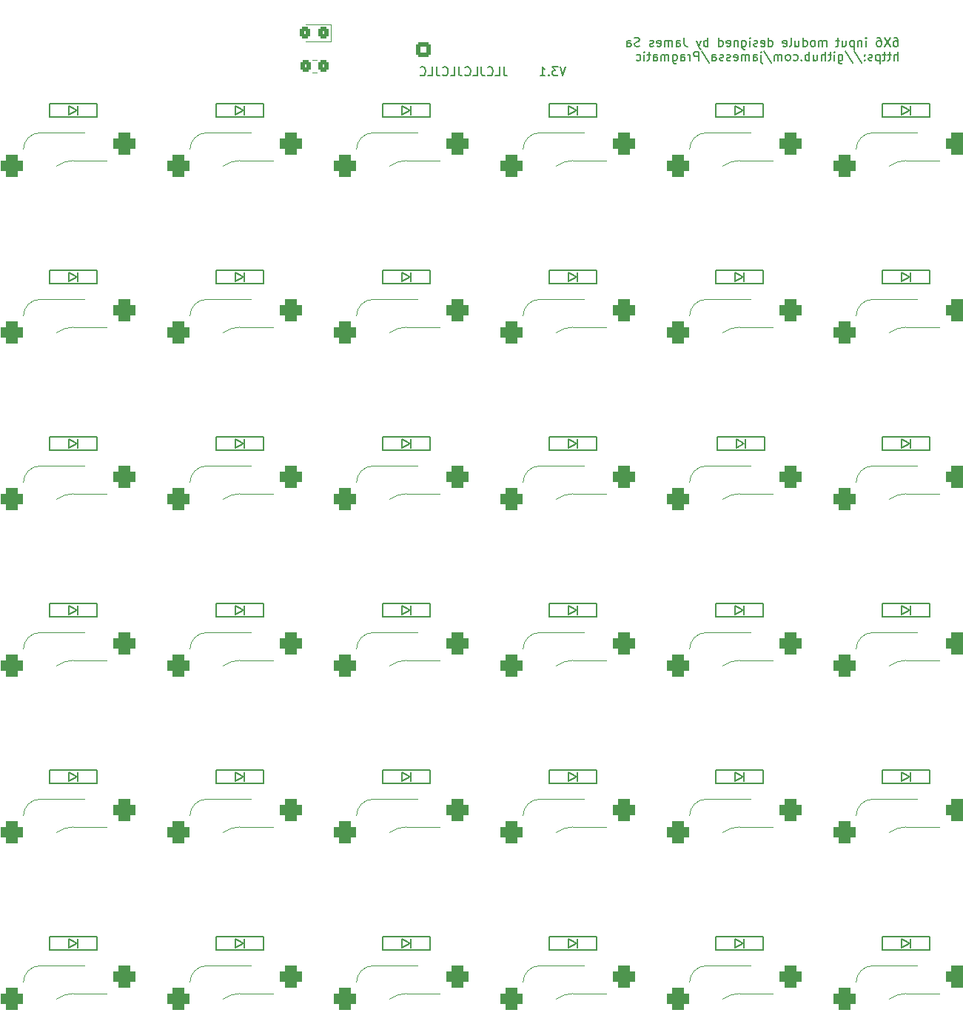
<source format=gbo>
%TF.GenerationSoftware,KiCad,Pcbnew,(6.0.5-0)*%
%TF.CreationDate,2022-06-17T10:00:46+08:00*%
%TF.ProjectId,Pragmatic,50726167-6d61-4746-9963-2e6b69636164,3*%
%TF.SameCoordinates,PX9157080PY3680a30*%
%TF.FileFunction,Legend,Bot*%
%TF.FilePolarity,Positive*%
%FSLAX46Y46*%
G04 Gerber Fmt 4.6, Leading zero omitted, Abs format (unit mm)*
G04 Created by KiCad (PCBNEW (6.0.5-0)) date 2022-06-17 10:00:46*
%MOMM*%
%LPD*%
G01*
G04 APERTURE LIST*
G04 Aperture macros list*
%AMRoundRect*
0 Rectangle with rounded corners*
0 $1 Rounding radius*
0 $2 $3 $4 $5 $6 $7 $8 $9 X,Y pos of 4 corners*
0 Add a 4 corners polygon primitive as box body*
4,1,4,$2,$3,$4,$5,$6,$7,$8,$9,$2,$3,0*
0 Add four circle primitives for the rounded corners*
1,1,$1+$1,$2,$3*
1,1,$1+$1,$4,$5*
1,1,$1+$1,$6,$7*
1,1,$1+$1,$8,$9*
0 Add four rect primitives between the rounded corners*
20,1,$1+$1,$2,$3,$4,$5,0*
20,1,$1+$1,$4,$5,$6,$7,0*
20,1,$1+$1,$6,$7,$8,$9,0*
20,1,$1+$1,$8,$9,$2,$3,0*%
G04 Aperture macros list end*
%ADD10C,0.150000*%
%ADD11C,0.120000*%
%ADD12C,1.900000*%
%ADD13C,3.000000*%
%ADD14C,4.000000*%
%ADD15C,1.600000*%
%ADD16RoundRect,0.625000X0.650000X0.625000X-0.650000X0.625000X-0.650000X-0.625000X0.650000X-0.625000X0*%
%ADD17C,2.500000*%
%ADD18RoundRect,0.250000X0.600000X-0.600000X0.600000X0.600000X-0.600000X0.600000X-0.600000X-0.600000X0*%
%ADD19C,1.700000*%
%ADD20R,1.400000X1.000000*%
%ADD21RoundRect,0.250000X0.325000X0.450000X-0.325000X0.450000X-0.325000X-0.450000X0.325000X-0.450000X0*%
%ADD22RoundRect,0.250000X0.350000X0.450000X-0.350000X0.450000X-0.350000X-0.450000X0.350000X-0.450000X0*%
G04 APERTURE END LIST*
D10*
X-1399167Y17227620D02*
X-1208691Y17227620D01*
X-1113453Y17180000D01*
X-1065834Y17132381D01*
X-970596Y16989524D01*
X-922977Y16799048D01*
X-922977Y16418096D01*
X-970596Y16322858D01*
X-1018215Y16275239D01*
X-1113453Y16227620D01*
X-1303929Y16227620D01*
X-1399167Y16275239D01*
X-1446786Y16322858D01*
X-1494405Y16418096D01*
X-1494405Y16656191D01*
X-1446786Y16751429D01*
X-1399167Y16799048D01*
X-1303929Y16846667D01*
X-1113453Y16846667D01*
X-1018215Y16799048D01*
X-970596Y16751429D01*
X-922977Y16656191D01*
X-1827739Y17227620D02*
X-2494405Y16227620D01*
X-2494405Y17227620D02*
X-1827739Y16227620D01*
X-3303929Y17227620D02*
X-3113453Y17227620D01*
X-3018215Y17180000D01*
X-2970596Y17132381D01*
X-2875358Y16989524D01*
X-2827739Y16799048D01*
X-2827739Y16418096D01*
X-2875358Y16322858D01*
X-2922977Y16275239D01*
X-3018215Y16227620D01*
X-3208691Y16227620D01*
X-3303929Y16275239D01*
X-3351548Y16322858D01*
X-3399167Y16418096D01*
X-3399167Y16656191D01*
X-3351548Y16751429D01*
X-3303929Y16799048D01*
X-3208691Y16846667D01*
X-3018215Y16846667D01*
X-2922977Y16799048D01*
X-2875358Y16751429D01*
X-2827739Y16656191D01*
X-4589643Y16227620D02*
X-4589643Y16894286D01*
X-4589643Y17227620D02*
X-4542024Y17180000D01*
X-4589643Y17132381D01*
X-4637262Y17180000D01*
X-4589643Y17227620D01*
X-4589643Y17132381D01*
X-5065834Y16894286D02*
X-5065834Y16227620D01*
X-5065834Y16799048D02*
X-5113453Y16846667D01*
X-5208691Y16894286D01*
X-5351548Y16894286D01*
X-5446786Y16846667D01*
X-5494405Y16751429D01*
X-5494405Y16227620D01*
X-5970596Y16894286D02*
X-5970596Y15894286D01*
X-5970596Y16846667D02*
X-6065834Y16894286D01*
X-6256310Y16894286D01*
X-6351548Y16846667D01*
X-6399167Y16799048D01*
X-6446786Y16703810D01*
X-6446786Y16418096D01*
X-6399167Y16322858D01*
X-6351548Y16275239D01*
X-6256310Y16227620D01*
X-6065834Y16227620D01*
X-5970596Y16275239D01*
X-7303929Y16894286D02*
X-7303929Y16227620D01*
X-6875358Y16894286D02*
X-6875358Y16370477D01*
X-6922977Y16275239D01*
X-7018215Y16227620D01*
X-7161072Y16227620D01*
X-7256310Y16275239D01*
X-7303929Y16322858D01*
X-7637262Y16894286D02*
X-8018215Y16894286D01*
X-7780120Y17227620D02*
X-7780120Y16370477D01*
X-7827739Y16275239D01*
X-7922977Y16227620D01*
X-8018215Y16227620D01*
X-9113453Y16227620D02*
X-9113453Y16894286D01*
X-9113453Y16799048D02*
X-9161072Y16846667D01*
X-9256310Y16894286D01*
X-9399167Y16894286D01*
X-9494405Y16846667D01*
X-9542024Y16751429D01*
X-9542024Y16227620D01*
X-9542024Y16751429D02*
X-9589643Y16846667D01*
X-9684881Y16894286D01*
X-9827739Y16894286D01*
X-9922977Y16846667D01*
X-9970596Y16751429D01*
X-9970596Y16227620D01*
X-10589643Y16227620D02*
X-10494405Y16275239D01*
X-10446786Y16322858D01*
X-10399167Y16418096D01*
X-10399167Y16703810D01*
X-10446786Y16799048D01*
X-10494405Y16846667D01*
X-10589643Y16894286D01*
X-10732500Y16894286D01*
X-10827739Y16846667D01*
X-10875358Y16799048D01*
X-10922977Y16703810D01*
X-10922977Y16418096D01*
X-10875358Y16322858D01*
X-10827739Y16275239D01*
X-10732500Y16227620D01*
X-10589643Y16227620D01*
X-11780120Y16227620D02*
X-11780120Y17227620D01*
X-11780120Y16275239D02*
X-11684881Y16227620D01*
X-11494405Y16227620D01*
X-11399167Y16275239D01*
X-11351548Y16322858D01*
X-11303929Y16418096D01*
X-11303929Y16703810D01*
X-11351548Y16799048D01*
X-11399167Y16846667D01*
X-11494405Y16894286D01*
X-11684881Y16894286D01*
X-11780120Y16846667D01*
X-12684881Y16894286D02*
X-12684881Y16227620D01*
X-12256310Y16894286D02*
X-12256310Y16370477D01*
X-12303929Y16275239D01*
X-12399167Y16227620D01*
X-12542024Y16227620D01*
X-12637262Y16275239D01*
X-12684881Y16322858D01*
X-13303929Y16227620D02*
X-13208691Y16275239D01*
X-13161072Y16370477D01*
X-13161072Y17227620D01*
X-14065834Y16275239D02*
X-13970596Y16227620D01*
X-13780120Y16227620D01*
X-13684881Y16275239D01*
X-13637262Y16370477D01*
X-13637262Y16751429D01*
X-13684881Y16846667D01*
X-13780120Y16894286D01*
X-13970596Y16894286D01*
X-14065834Y16846667D01*
X-14113453Y16751429D01*
X-14113453Y16656191D01*
X-13637262Y16560953D01*
X-15732500Y16227620D02*
X-15732500Y17227620D01*
X-15732500Y16275239D02*
X-15637262Y16227620D01*
X-15446786Y16227620D01*
X-15351548Y16275239D01*
X-15303929Y16322858D01*
X-15256310Y16418096D01*
X-15256310Y16703810D01*
X-15303929Y16799048D01*
X-15351548Y16846667D01*
X-15446786Y16894286D01*
X-15637262Y16894286D01*
X-15732500Y16846667D01*
X-16589643Y16275239D02*
X-16494405Y16227620D01*
X-16303929Y16227620D01*
X-16208691Y16275239D01*
X-16161072Y16370477D01*
X-16161072Y16751429D01*
X-16208691Y16846667D01*
X-16303929Y16894286D01*
X-16494405Y16894286D01*
X-16589643Y16846667D01*
X-16637262Y16751429D01*
X-16637262Y16656191D01*
X-16161072Y16560953D01*
X-17018215Y16275239D02*
X-17113453Y16227620D01*
X-17303929Y16227620D01*
X-17399167Y16275239D01*
X-17446786Y16370477D01*
X-17446786Y16418096D01*
X-17399167Y16513334D01*
X-17303929Y16560953D01*
X-17161072Y16560953D01*
X-17065834Y16608572D01*
X-17018215Y16703810D01*
X-17018215Y16751429D01*
X-17065834Y16846667D01*
X-17161072Y16894286D01*
X-17303929Y16894286D01*
X-17399167Y16846667D01*
X-17875358Y16227620D02*
X-17875358Y16894286D01*
X-17875358Y17227620D02*
X-17827739Y17180000D01*
X-17875358Y17132381D01*
X-17922977Y17180000D01*
X-17875358Y17227620D01*
X-17875358Y17132381D01*
X-18780120Y16894286D02*
X-18780120Y16084762D01*
X-18732500Y15989524D01*
X-18684881Y15941905D01*
X-18589643Y15894286D01*
X-18446786Y15894286D01*
X-18351548Y15941905D01*
X-18780120Y16275239D02*
X-18684881Y16227620D01*
X-18494405Y16227620D01*
X-18399167Y16275239D01*
X-18351548Y16322858D01*
X-18303929Y16418096D01*
X-18303929Y16703810D01*
X-18351548Y16799048D01*
X-18399167Y16846667D01*
X-18494405Y16894286D01*
X-18684881Y16894286D01*
X-18780120Y16846667D01*
X-19256310Y16894286D02*
X-19256310Y16227620D01*
X-19256310Y16799048D02*
X-19303929Y16846667D01*
X-19399167Y16894286D01*
X-19542024Y16894286D01*
X-19637262Y16846667D01*
X-19684881Y16751429D01*
X-19684881Y16227620D01*
X-20542024Y16275239D02*
X-20446786Y16227620D01*
X-20256310Y16227620D01*
X-20161072Y16275239D01*
X-20113453Y16370477D01*
X-20113453Y16751429D01*
X-20161072Y16846667D01*
X-20256310Y16894286D01*
X-20446786Y16894286D01*
X-20542024Y16846667D01*
X-20589643Y16751429D01*
X-20589643Y16656191D01*
X-20113453Y16560953D01*
X-21446786Y16227620D02*
X-21446786Y17227620D01*
X-21446786Y16275239D02*
X-21351548Y16227620D01*
X-21161072Y16227620D01*
X-21065834Y16275239D01*
X-21018215Y16322858D01*
X-20970596Y16418096D01*
X-20970596Y16703810D01*
X-21018215Y16799048D01*
X-21065834Y16846667D01*
X-21161072Y16894286D01*
X-21351548Y16894286D01*
X-21446786Y16846667D01*
X-22684881Y16227620D02*
X-22684881Y17227620D01*
X-22684881Y16846667D02*
X-22780120Y16894286D01*
X-22970596Y16894286D01*
X-23065834Y16846667D01*
X-23113453Y16799048D01*
X-23161072Y16703810D01*
X-23161072Y16418096D01*
X-23113453Y16322858D01*
X-23065834Y16275239D01*
X-22970596Y16227620D01*
X-22780120Y16227620D01*
X-22684881Y16275239D01*
X-23494405Y16894286D02*
X-23732500Y16227620D01*
X-23970596Y16894286D02*
X-23732500Y16227620D01*
X-23637262Y15989524D01*
X-23589643Y15941905D01*
X-23494405Y15894286D01*
X-25399167Y17227620D02*
X-25399167Y16513334D01*
X-25351548Y16370477D01*
X-25256310Y16275239D01*
X-25113453Y16227620D01*
X-25018215Y16227620D01*
X-26303929Y16227620D02*
X-26303929Y16751429D01*
X-26256310Y16846667D01*
X-26161072Y16894286D01*
X-25970596Y16894286D01*
X-25875358Y16846667D01*
X-26303929Y16275239D02*
X-26208691Y16227620D01*
X-25970596Y16227620D01*
X-25875358Y16275239D01*
X-25827739Y16370477D01*
X-25827739Y16465715D01*
X-25875358Y16560953D01*
X-25970596Y16608572D01*
X-26208691Y16608572D01*
X-26303929Y16656191D01*
X-26780120Y16227620D02*
X-26780120Y16894286D01*
X-26780120Y16799048D02*
X-26827739Y16846667D01*
X-26922977Y16894286D01*
X-27065834Y16894286D01*
X-27161072Y16846667D01*
X-27208691Y16751429D01*
X-27208691Y16227620D01*
X-27208691Y16751429D02*
X-27256310Y16846667D01*
X-27351548Y16894286D01*
X-27494405Y16894286D01*
X-27589643Y16846667D01*
X-27637262Y16751429D01*
X-27637262Y16227620D01*
X-28494405Y16275239D02*
X-28399167Y16227620D01*
X-28208691Y16227620D01*
X-28113453Y16275239D01*
X-28065834Y16370477D01*
X-28065834Y16751429D01*
X-28113453Y16846667D01*
X-28208691Y16894286D01*
X-28399167Y16894286D01*
X-28494405Y16846667D01*
X-28542024Y16751429D01*
X-28542024Y16656191D01*
X-28065834Y16560953D01*
X-28922977Y16275239D02*
X-29018215Y16227620D01*
X-29208691Y16227620D01*
X-29303929Y16275239D01*
X-29351548Y16370477D01*
X-29351548Y16418096D01*
X-29303929Y16513334D01*
X-29208691Y16560953D01*
X-29065834Y16560953D01*
X-28970596Y16608572D01*
X-28922977Y16703810D01*
X-28922977Y16751429D01*
X-28970596Y16846667D01*
X-29065834Y16894286D01*
X-29208691Y16894286D01*
X-29303929Y16846667D01*
X-30494405Y16275239D02*
X-30637262Y16227620D01*
X-30875358Y16227620D01*
X-30970596Y16275239D01*
X-31018215Y16322858D01*
X-31065834Y16418096D01*
X-31065834Y16513334D01*
X-31018215Y16608572D01*
X-30970596Y16656191D01*
X-30875358Y16703810D01*
X-30684881Y16751429D01*
X-30589643Y16799048D01*
X-30542024Y16846667D01*
X-30494405Y16941905D01*
X-30494405Y17037143D01*
X-30542024Y17132381D01*
X-30589643Y17180000D01*
X-30684881Y17227620D01*
X-30922977Y17227620D01*
X-31065834Y17180000D01*
X-31922977Y16227620D02*
X-31922977Y16751429D01*
X-31875358Y16846667D01*
X-31780120Y16894286D01*
X-31589643Y16894286D01*
X-31494405Y16846667D01*
X-31922977Y16275239D02*
X-31827739Y16227620D01*
X-31589643Y16227620D01*
X-31494405Y16275239D01*
X-31446786Y16370477D01*
X-31446786Y16465715D01*
X-31494405Y16560953D01*
X-31589643Y16608572D01*
X-31827739Y16608572D01*
X-31922977Y16656191D01*
X-970596Y14617620D02*
X-970596Y15617620D01*
X-1399167Y14617620D02*
X-1399167Y15141429D01*
X-1351548Y15236667D01*
X-1256310Y15284286D01*
X-1113453Y15284286D01*
X-1018215Y15236667D01*
X-970596Y15189048D01*
X-1732500Y15284286D02*
X-2113453Y15284286D01*
X-1875358Y15617620D02*
X-1875358Y14760477D01*
X-1922977Y14665239D01*
X-2018215Y14617620D01*
X-2113453Y14617620D01*
X-2303929Y15284286D02*
X-2684881Y15284286D01*
X-2446786Y15617620D02*
X-2446786Y14760477D01*
X-2494405Y14665239D01*
X-2589643Y14617620D01*
X-2684881Y14617620D01*
X-3018215Y15284286D02*
X-3018215Y14284286D01*
X-3018215Y15236667D02*
X-3113453Y15284286D01*
X-3303929Y15284286D01*
X-3399167Y15236667D01*
X-3446786Y15189048D01*
X-3494405Y15093810D01*
X-3494405Y14808096D01*
X-3446786Y14712858D01*
X-3399167Y14665239D01*
X-3303929Y14617620D01*
X-3113453Y14617620D01*
X-3018215Y14665239D01*
X-3875358Y14665239D02*
X-3970596Y14617620D01*
X-4161072Y14617620D01*
X-4256310Y14665239D01*
X-4303929Y14760477D01*
X-4303929Y14808096D01*
X-4256310Y14903334D01*
X-4161072Y14950953D01*
X-4018215Y14950953D01*
X-3922977Y14998572D01*
X-3875358Y15093810D01*
X-3875358Y15141429D01*
X-3922977Y15236667D01*
X-4018215Y15284286D01*
X-4161072Y15284286D01*
X-4256310Y15236667D01*
X-4732500Y14712858D02*
X-4780120Y14665239D01*
X-4732500Y14617620D01*
X-4684881Y14665239D01*
X-4732500Y14712858D01*
X-4732500Y14617620D01*
X-4732500Y15236667D02*
X-4780120Y15189048D01*
X-4732500Y15141429D01*
X-4684881Y15189048D01*
X-4732500Y15236667D01*
X-4732500Y15141429D01*
X-5922977Y15665239D02*
X-5065834Y14379524D01*
X-6970596Y15665239D02*
X-6113453Y14379524D01*
X-7732500Y15284286D02*
X-7732500Y14474762D01*
X-7684881Y14379524D01*
X-7637262Y14331905D01*
X-7542024Y14284286D01*
X-7399167Y14284286D01*
X-7303929Y14331905D01*
X-7732500Y14665239D02*
X-7637262Y14617620D01*
X-7446786Y14617620D01*
X-7351548Y14665239D01*
X-7303929Y14712858D01*
X-7256310Y14808096D01*
X-7256310Y15093810D01*
X-7303929Y15189048D01*
X-7351548Y15236667D01*
X-7446786Y15284286D01*
X-7637262Y15284286D01*
X-7732500Y15236667D01*
X-8208691Y14617620D02*
X-8208691Y15284286D01*
X-8208691Y15617620D02*
X-8161072Y15570000D01*
X-8208691Y15522381D01*
X-8256310Y15570000D01*
X-8208691Y15617620D01*
X-8208691Y15522381D01*
X-8542024Y15284286D02*
X-8922977Y15284286D01*
X-8684881Y15617620D02*
X-8684881Y14760477D01*
X-8732500Y14665239D01*
X-8827739Y14617620D01*
X-8922977Y14617620D01*
X-9256310Y14617620D02*
X-9256310Y15617620D01*
X-9684881Y14617620D02*
X-9684881Y15141429D01*
X-9637262Y15236667D01*
X-9542024Y15284286D01*
X-9399167Y15284286D01*
X-9303929Y15236667D01*
X-9256310Y15189048D01*
X-10589643Y15284286D02*
X-10589643Y14617620D01*
X-10161072Y15284286D02*
X-10161072Y14760477D01*
X-10208691Y14665239D01*
X-10303929Y14617620D01*
X-10446786Y14617620D01*
X-10542024Y14665239D01*
X-10589643Y14712858D01*
X-11065834Y14617620D02*
X-11065834Y15617620D01*
X-11065834Y15236667D02*
X-11161072Y15284286D01*
X-11351548Y15284286D01*
X-11446786Y15236667D01*
X-11494405Y15189048D01*
X-11542024Y15093810D01*
X-11542024Y14808096D01*
X-11494405Y14712858D01*
X-11446786Y14665239D01*
X-11351548Y14617620D01*
X-11161072Y14617620D01*
X-11065834Y14665239D01*
X-11970596Y14712858D02*
X-12018215Y14665239D01*
X-11970596Y14617620D01*
X-11922977Y14665239D01*
X-11970596Y14712858D01*
X-11970596Y14617620D01*
X-12875358Y14665239D02*
X-12780120Y14617620D01*
X-12589643Y14617620D01*
X-12494405Y14665239D01*
X-12446786Y14712858D01*
X-12399167Y14808096D01*
X-12399167Y15093810D01*
X-12446786Y15189048D01*
X-12494405Y15236667D01*
X-12589643Y15284286D01*
X-12780120Y15284286D01*
X-12875358Y15236667D01*
X-13446786Y14617620D02*
X-13351548Y14665239D01*
X-13303929Y14712858D01*
X-13256310Y14808096D01*
X-13256310Y15093810D01*
X-13303929Y15189048D01*
X-13351548Y15236667D01*
X-13446786Y15284286D01*
X-13589643Y15284286D01*
X-13684881Y15236667D01*
X-13732500Y15189048D01*
X-13780120Y15093810D01*
X-13780120Y14808096D01*
X-13732500Y14712858D01*
X-13684881Y14665239D01*
X-13589643Y14617620D01*
X-13446786Y14617620D01*
X-14208691Y14617620D02*
X-14208691Y15284286D01*
X-14208691Y15189048D02*
X-14256310Y15236667D01*
X-14351548Y15284286D01*
X-14494405Y15284286D01*
X-14589643Y15236667D01*
X-14637262Y15141429D01*
X-14637262Y14617620D01*
X-14637262Y15141429D02*
X-14684881Y15236667D01*
X-14780120Y15284286D01*
X-14922977Y15284286D01*
X-15018215Y15236667D01*
X-15065834Y15141429D01*
X-15065834Y14617620D01*
X-16256310Y15665239D02*
X-15399167Y14379524D01*
X-16589643Y15284286D02*
X-16589643Y14427143D01*
X-16542024Y14331905D01*
X-16446786Y14284286D01*
X-16399167Y14284286D01*
X-16589643Y15617620D02*
X-16542024Y15570000D01*
X-16589643Y15522381D01*
X-16637262Y15570000D01*
X-16589643Y15617620D01*
X-16589643Y15522381D01*
X-17494405Y14617620D02*
X-17494405Y15141429D01*
X-17446786Y15236667D01*
X-17351548Y15284286D01*
X-17161072Y15284286D01*
X-17065834Y15236667D01*
X-17494405Y14665239D02*
X-17399167Y14617620D01*
X-17161072Y14617620D01*
X-17065834Y14665239D01*
X-17018215Y14760477D01*
X-17018215Y14855715D01*
X-17065834Y14950953D01*
X-17161072Y14998572D01*
X-17399167Y14998572D01*
X-17494405Y15046191D01*
X-17970596Y14617620D02*
X-17970596Y15284286D01*
X-17970596Y15189048D02*
X-18018215Y15236667D01*
X-18113453Y15284286D01*
X-18256310Y15284286D01*
X-18351548Y15236667D01*
X-18399167Y15141429D01*
X-18399167Y14617620D01*
X-18399167Y15141429D02*
X-18446786Y15236667D01*
X-18542024Y15284286D01*
X-18684881Y15284286D01*
X-18780120Y15236667D01*
X-18827739Y15141429D01*
X-18827739Y14617620D01*
X-19684881Y14665239D02*
X-19589643Y14617620D01*
X-19399167Y14617620D01*
X-19303929Y14665239D01*
X-19256310Y14760477D01*
X-19256310Y15141429D01*
X-19303929Y15236667D01*
X-19399167Y15284286D01*
X-19589643Y15284286D01*
X-19684881Y15236667D01*
X-19732500Y15141429D01*
X-19732500Y15046191D01*
X-19256310Y14950953D01*
X-20113453Y14665239D02*
X-20208691Y14617620D01*
X-20399167Y14617620D01*
X-20494405Y14665239D01*
X-20542024Y14760477D01*
X-20542024Y14808096D01*
X-20494405Y14903334D01*
X-20399167Y14950953D01*
X-20256310Y14950953D01*
X-20161072Y14998572D01*
X-20113453Y15093810D01*
X-20113453Y15141429D01*
X-20161072Y15236667D01*
X-20256310Y15284286D01*
X-20399167Y15284286D01*
X-20494405Y15236667D01*
X-20922977Y14665239D02*
X-21018215Y14617620D01*
X-21208691Y14617620D01*
X-21303929Y14665239D01*
X-21351548Y14760477D01*
X-21351548Y14808096D01*
X-21303929Y14903334D01*
X-21208691Y14950953D01*
X-21065834Y14950953D01*
X-20970596Y14998572D01*
X-20922977Y15093810D01*
X-20922977Y15141429D01*
X-20970596Y15236667D01*
X-21065834Y15284286D01*
X-21208691Y15284286D01*
X-21303929Y15236667D01*
X-22208691Y14617620D02*
X-22208691Y15141429D01*
X-22161072Y15236667D01*
X-22065834Y15284286D01*
X-21875358Y15284286D01*
X-21780120Y15236667D01*
X-22208691Y14665239D02*
X-22113453Y14617620D01*
X-21875358Y14617620D01*
X-21780120Y14665239D01*
X-21732500Y14760477D01*
X-21732500Y14855715D01*
X-21780120Y14950953D01*
X-21875358Y14998572D01*
X-22113453Y14998572D01*
X-22208691Y15046191D01*
X-23399167Y15665239D02*
X-22542024Y14379524D01*
X-23732500Y14617620D02*
X-23732500Y15617620D01*
X-24113453Y15617620D01*
X-24208691Y15570000D01*
X-24256310Y15522381D01*
X-24303929Y15427143D01*
X-24303929Y15284286D01*
X-24256310Y15189048D01*
X-24208691Y15141429D01*
X-24113453Y15093810D01*
X-23732500Y15093810D01*
X-24732500Y14617620D02*
X-24732500Y15284286D01*
X-24732500Y15093810D02*
X-24780120Y15189048D01*
X-24827739Y15236667D01*
X-24922977Y15284286D01*
X-25018215Y15284286D01*
X-25780120Y14617620D02*
X-25780120Y15141429D01*
X-25732500Y15236667D01*
X-25637262Y15284286D01*
X-25446786Y15284286D01*
X-25351548Y15236667D01*
X-25780120Y14665239D02*
X-25684881Y14617620D01*
X-25446786Y14617620D01*
X-25351548Y14665239D01*
X-25303929Y14760477D01*
X-25303929Y14855715D01*
X-25351548Y14950953D01*
X-25446786Y14998572D01*
X-25684881Y14998572D01*
X-25780120Y15046191D01*
X-26684881Y15284286D02*
X-26684881Y14474762D01*
X-26637262Y14379524D01*
X-26589643Y14331905D01*
X-26494405Y14284286D01*
X-26351548Y14284286D01*
X-26256310Y14331905D01*
X-26684881Y14665239D02*
X-26589643Y14617620D01*
X-26399167Y14617620D01*
X-26303929Y14665239D01*
X-26256310Y14712858D01*
X-26208691Y14808096D01*
X-26208691Y15093810D01*
X-26256310Y15189048D01*
X-26303929Y15236667D01*
X-26399167Y15284286D01*
X-26589643Y15284286D01*
X-26684881Y15236667D01*
X-27161072Y14617620D02*
X-27161072Y15284286D01*
X-27161072Y15189048D02*
X-27208691Y15236667D01*
X-27303929Y15284286D01*
X-27446786Y15284286D01*
X-27542024Y15236667D01*
X-27589643Y15141429D01*
X-27589643Y14617620D01*
X-27589643Y15141429D02*
X-27637262Y15236667D01*
X-27732500Y15284286D01*
X-27875358Y15284286D01*
X-27970596Y15236667D01*
X-28018215Y15141429D01*
X-28018215Y14617620D01*
X-28922977Y14617620D02*
X-28922977Y15141429D01*
X-28875358Y15236667D01*
X-28780120Y15284286D01*
X-28589643Y15284286D01*
X-28494405Y15236667D01*
X-28922977Y14665239D02*
X-28827739Y14617620D01*
X-28589643Y14617620D01*
X-28494405Y14665239D01*
X-28446786Y14760477D01*
X-28446786Y14855715D01*
X-28494405Y14950953D01*
X-28589643Y14998572D01*
X-28827739Y14998572D01*
X-28922977Y15046191D01*
X-29256310Y15284286D02*
X-29637262Y15284286D01*
X-29399167Y15617620D02*
X-29399167Y14760477D01*
X-29446786Y14665239D01*
X-29542024Y14617620D01*
X-29637262Y14617620D01*
X-29970596Y14617620D02*
X-29970596Y15284286D01*
X-29970596Y15617620D02*
X-29922977Y15570000D01*
X-29970596Y15522381D01*
X-30018215Y15570000D01*
X-29970596Y15617620D01*
X-29970596Y15522381D01*
X-30875358Y14665239D02*
X-30780120Y14617620D01*
X-30589643Y14617620D01*
X-30494405Y14665239D01*
X-30446786Y14712858D01*
X-30399167Y14808096D01*
X-30399167Y15093810D01*
X-30446786Y15189048D01*
X-30494405Y15236667D01*
X-30589643Y15284286D01*
X-30780120Y15284286D01*
X-30875358Y15236667D01*
X-38927739Y13882620D02*
X-39261072Y12882620D01*
X-39594405Y13882620D01*
X-39832500Y13882620D02*
X-40451548Y13882620D01*
X-40118215Y13501667D01*
X-40261072Y13501667D01*
X-40356310Y13454048D01*
X-40403929Y13406429D01*
X-40451548Y13311191D01*
X-40451548Y13073096D01*
X-40403929Y12977858D01*
X-40356310Y12930239D01*
X-40261072Y12882620D01*
X-39975358Y12882620D01*
X-39880120Y12930239D01*
X-39832500Y12977858D01*
X-40880120Y12977858D02*
X-40927739Y12930239D01*
X-40880120Y12882620D01*
X-40832500Y12930239D01*
X-40880120Y12977858D01*
X-40880120Y12882620D01*
X-41880120Y12882620D02*
X-41308691Y12882620D01*
X-41594405Y12882620D02*
X-41594405Y13882620D01*
X-41499167Y13739762D01*
X-41403929Y13644524D01*
X-41308691Y13596905D01*
X-46020596Y13891381D02*
X-46020596Y13165667D01*
X-45972977Y13020524D01*
X-45877739Y12923762D01*
X-45734881Y12875381D01*
X-45639643Y12875381D01*
X-46972977Y12875381D02*
X-46496786Y12875381D01*
X-46496786Y13891381D01*
X-47877739Y12972143D02*
X-47830120Y12923762D01*
X-47687262Y12875381D01*
X-47592024Y12875381D01*
X-47449167Y12923762D01*
X-47353929Y13020524D01*
X-47306310Y13117286D01*
X-47258691Y13310810D01*
X-47258691Y13455953D01*
X-47306310Y13649477D01*
X-47353929Y13746239D01*
X-47449167Y13843000D01*
X-47592024Y13891381D01*
X-47687262Y13891381D01*
X-47830120Y13843000D01*
X-47877739Y13794620D01*
X-48592024Y13891381D02*
X-48592024Y13165667D01*
X-48544405Y13020524D01*
X-48449167Y12923762D01*
X-48306310Y12875381D01*
X-48211072Y12875381D01*
X-49544405Y12875381D02*
X-49068215Y12875381D01*
X-49068215Y13891381D01*
X-50449167Y12972143D02*
X-50401548Y12923762D01*
X-50258691Y12875381D01*
X-50163453Y12875381D01*
X-50020596Y12923762D01*
X-49925358Y13020524D01*
X-49877739Y13117286D01*
X-49830120Y13310810D01*
X-49830120Y13455953D01*
X-49877739Y13649477D01*
X-49925358Y13746239D01*
X-50020596Y13843000D01*
X-50163453Y13891381D01*
X-50258691Y13891381D01*
X-50401548Y13843000D01*
X-50449167Y13794620D01*
X-51163453Y13891381D02*
X-51163453Y13165667D01*
X-51115834Y13020524D01*
X-51020596Y12923762D01*
X-50877739Y12875381D01*
X-50782500Y12875381D01*
X-52115834Y12875381D02*
X-51639643Y12875381D01*
X-51639643Y13891381D01*
X-53020596Y12972143D02*
X-52972977Y12923762D01*
X-52830120Y12875381D01*
X-52734881Y12875381D01*
X-52592024Y12923762D01*
X-52496786Y13020524D01*
X-52449167Y13117286D01*
X-52401548Y13310810D01*
X-52401548Y13455953D01*
X-52449167Y13649477D01*
X-52496786Y13746239D01*
X-52592024Y13843000D01*
X-52734881Y13891381D01*
X-52830120Y13891381D01*
X-52972977Y13843000D01*
X-53020596Y13794620D01*
X-53734881Y13891381D02*
X-53734881Y13165667D01*
X-53687262Y13020524D01*
X-53592024Y12923762D01*
X-53449167Y12875381D01*
X-53353929Y12875381D01*
X-54687262Y12875381D02*
X-54211072Y12875381D01*
X-54211072Y13891381D01*
X-55592024Y12972143D02*
X-55544405Y12923762D01*
X-55401548Y12875381D01*
X-55306310Y12875381D01*
X-55163453Y12923762D01*
X-55068215Y13020524D01*
X-55020596Y13117286D01*
X-54972977Y13310810D01*
X-54972977Y13455953D01*
X-55020596Y13649477D01*
X-55068215Y13746239D01*
X-55163453Y13843000D01*
X-55306310Y13891381D01*
X-55401548Y13891381D01*
X-55544405Y13843000D01*
X-55592024Y13794620D01*
D11*
X-99060000Y6350000D02*
X-93980000Y6350000D01*
X-95250000Y3175000D02*
X-91440000Y3175000D01*
X-99060000Y6350000D02*
G75*
G03*
X-100965000Y4445000I0J-1905000D01*
G01*
X-95250000Y3175000D02*
G75*
G03*
X-97155000Y2540000I3J-3175009D01*
G01*
X-99060000Y-12700000D02*
X-93980000Y-12700000D01*
X-95250000Y-15875000D02*
X-91440000Y-15875000D01*
X-99060000Y-12700000D02*
G75*
G03*
X-100965000Y-14605000I0J-1905000D01*
G01*
X-95250000Y-15875000D02*
G75*
G03*
X-97155000Y-16510000I3J-3175009D01*
G01*
X-80010000Y-12700000D02*
X-74930000Y-12700000D01*
X-76200000Y-15875000D02*
X-72390000Y-15875000D01*
X-80010000Y-12700000D02*
G75*
G03*
X-81915000Y-14605000I0J-1905000D01*
G01*
X-76200000Y-15875000D02*
G75*
G03*
X-78105000Y-16510000I3J-3175009D01*
G01*
X-80010000Y6350000D02*
X-74930000Y6350000D01*
X-76200000Y3175000D02*
X-72390000Y3175000D01*
X-80010000Y6350000D02*
G75*
G03*
X-81915000Y4445000I0J-1905000D01*
G01*
X-76200000Y3175000D02*
G75*
G03*
X-78105000Y2540000I3J-3175009D01*
G01*
X-60960000Y6350000D02*
X-55880000Y6350000D01*
X-57150000Y3175000D02*
X-53340000Y3175000D01*
X-60960000Y6350000D02*
G75*
G03*
X-62865000Y4445000I0J-1905000D01*
G01*
X-57150000Y3175000D02*
G75*
G03*
X-59055000Y2540000I3J-3175009D01*
G01*
X-41910000Y6350000D02*
X-36830000Y6350000D01*
X-38100000Y3175000D02*
X-34290000Y3175000D01*
X-41910000Y6350000D02*
G75*
G03*
X-43815000Y4445000I0J-1905000D01*
G01*
X-38100000Y3175000D02*
G75*
G03*
X-40005000Y2540000I3J-3175009D01*
G01*
X-22860000Y6350000D02*
X-17780000Y6350000D01*
X-19050000Y3175000D02*
X-15240000Y3175000D01*
X-22860000Y6350000D02*
G75*
G03*
X-24765000Y4445000I0J-1905000D01*
G01*
X-19050000Y3175000D02*
G75*
G03*
X-20955000Y2540000I3J-3175009D01*
G01*
X-3810000Y6350000D02*
X1270000Y6350000D01*
X0Y3175000D02*
X3810000Y3175000D01*
X-3810000Y6350000D02*
G75*
G03*
X-5715000Y4445000I0J-1905000D01*
G01*
X0Y3175000D02*
G75*
G03*
X-1905000Y2540000I3J-3175009D01*
G01*
X-60960000Y-12700000D02*
X-55880000Y-12700000D01*
X-57150000Y-15875000D02*
X-53340000Y-15875000D01*
X-60960000Y-12700000D02*
G75*
G03*
X-62865000Y-14605000I0J-1905000D01*
G01*
X-57150000Y-15875000D02*
G75*
G03*
X-59055000Y-16510000I3J-3175009D01*
G01*
X-41910000Y-12700000D02*
X-36830000Y-12700000D01*
X-38100000Y-15875000D02*
X-34290000Y-15875000D01*
X-41910000Y-12700000D02*
G75*
G03*
X-43815000Y-14605000I0J-1905000D01*
G01*
X-38100000Y-15875000D02*
G75*
G03*
X-40005000Y-16510000I3J-3175009D01*
G01*
X-22860000Y-12700000D02*
X-17780000Y-12700000D01*
X-19050000Y-15875000D02*
X-15240000Y-15875000D01*
X-22860000Y-12700000D02*
G75*
G03*
X-24765000Y-14605000I0J-1905000D01*
G01*
X-19050000Y-15875000D02*
G75*
G03*
X-20955000Y-16510000I3J-3175009D01*
G01*
X-3810000Y-12700000D02*
X1270000Y-12700000D01*
X0Y-15875000D02*
X3810000Y-15875000D01*
X-3810000Y-12700000D02*
G75*
G03*
X-5715000Y-14605000I0J-1905000D01*
G01*
X0Y-15875000D02*
G75*
G03*
X-1905000Y-16510000I3J-3175009D01*
G01*
X-99060000Y-31750000D02*
X-93980000Y-31750000D01*
X-95250000Y-34925000D02*
X-91440000Y-34925000D01*
X-99060000Y-31750000D02*
G75*
G03*
X-100965000Y-33655000I0J-1905000D01*
G01*
X-95250000Y-34925000D02*
G75*
G03*
X-97155000Y-35560000I3J-3175009D01*
G01*
X-80010000Y-31750000D02*
X-74930000Y-31750000D01*
X-76200000Y-34925000D02*
X-72390000Y-34925000D01*
X-80010000Y-31750000D02*
G75*
G03*
X-81915000Y-33655000I0J-1905000D01*
G01*
X-76200000Y-34925000D02*
G75*
G03*
X-78105000Y-35560000I3J-3175009D01*
G01*
X-60960000Y-31750000D02*
X-55880000Y-31750000D01*
X-57150000Y-34925000D02*
X-53340000Y-34925000D01*
X-60960000Y-31750000D02*
G75*
G03*
X-62865000Y-33655000I0J-1905000D01*
G01*
X-57150000Y-34925000D02*
G75*
G03*
X-59055000Y-35560000I3J-3175009D01*
G01*
X-41910000Y-31750000D02*
X-36830000Y-31750000D01*
X-38100000Y-34925000D02*
X-34290000Y-34925000D01*
X-41910000Y-31750000D02*
G75*
G03*
X-43815000Y-33655000I0J-1905000D01*
G01*
X-38100000Y-34925000D02*
G75*
G03*
X-40005000Y-35560000I3J-3175009D01*
G01*
X-22860000Y-31750000D02*
X-17780000Y-31750000D01*
X-19050000Y-34925000D02*
X-15240000Y-34925000D01*
X-22860000Y-31750000D02*
G75*
G03*
X-24765000Y-33655000I0J-1905000D01*
G01*
X-19050000Y-34925000D02*
G75*
G03*
X-20955000Y-35560000I3J-3175009D01*
G01*
X-3810000Y-31750000D02*
X1270000Y-31750000D01*
X0Y-34925000D02*
X3810000Y-34925000D01*
X-3810000Y-31750000D02*
G75*
G03*
X-5715000Y-33655000I0J-1905000D01*
G01*
X0Y-34925000D02*
G75*
G03*
X-1905000Y-35560000I3J-3175009D01*
G01*
X-99060000Y-50800000D02*
X-93980000Y-50800000D01*
X-95250000Y-53975000D02*
X-91440000Y-53975000D01*
X-99060000Y-50800000D02*
G75*
G03*
X-100965000Y-52705000I0J-1905000D01*
G01*
X-95250000Y-53975000D02*
G75*
G03*
X-97155000Y-54610000I3J-3175009D01*
G01*
X-80010000Y-50800000D02*
X-74930000Y-50800000D01*
X-76200000Y-53975000D02*
X-72390000Y-53975000D01*
X-80010000Y-50800000D02*
G75*
G03*
X-81915000Y-52705000I0J-1905000D01*
G01*
X-76200000Y-53975000D02*
G75*
G03*
X-78105000Y-54610000I3J-3175009D01*
G01*
X-60960000Y-50800000D02*
X-55880000Y-50800000D01*
X-57150000Y-53975000D02*
X-53340000Y-53975000D01*
X-60960000Y-50800000D02*
G75*
G03*
X-62865000Y-52705000I0J-1905000D01*
G01*
X-57150000Y-53975000D02*
G75*
G03*
X-59055000Y-54610000I3J-3175009D01*
G01*
X-41910000Y-50800000D02*
X-36830000Y-50800000D01*
X-38100000Y-53975000D02*
X-34290000Y-53975000D01*
X-41910000Y-50800000D02*
G75*
G03*
X-43815000Y-52705000I0J-1905000D01*
G01*
X-38100000Y-53975000D02*
G75*
G03*
X-40005000Y-54610000I3J-3175009D01*
G01*
X-22860000Y-50800000D02*
X-17780000Y-50800000D01*
X-19050000Y-53975000D02*
X-15240000Y-53975000D01*
X-22860000Y-50800000D02*
G75*
G03*
X-24765000Y-52705000I0J-1905000D01*
G01*
X-19050000Y-53975000D02*
G75*
G03*
X-20955000Y-54610000I3J-3175009D01*
G01*
X-3810000Y-50800000D02*
X1270000Y-50800000D01*
X0Y-53975000D02*
X3810000Y-53975000D01*
X-3810000Y-50800000D02*
G75*
G03*
X-5715000Y-52705000I0J-1905000D01*
G01*
X0Y-53975000D02*
G75*
G03*
X-1905000Y-54610000I3J-3175009D01*
G01*
X-99060000Y-69850000D02*
X-93980000Y-69850000D01*
X-95250000Y-73025000D02*
X-91440000Y-73025000D01*
X-99060000Y-69850000D02*
G75*
G03*
X-100965000Y-71755000I0J-1905000D01*
G01*
X-95250000Y-73025000D02*
G75*
G03*
X-97155000Y-73660000I3J-3175009D01*
G01*
X-80010000Y-69850000D02*
X-74930000Y-69850000D01*
X-76200000Y-73025000D02*
X-72390000Y-73025000D01*
X-80010000Y-69850000D02*
G75*
G03*
X-81915000Y-71755000I0J-1905000D01*
G01*
X-76200000Y-73025000D02*
G75*
G03*
X-78105000Y-73660000I3J-3175009D01*
G01*
X-60960000Y-69850000D02*
X-55880000Y-69850000D01*
X-57150000Y-73025000D02*
X-53340000Y-73025000D01*
X-60960000Y-69850000D02*
G75*
G03*
X-62865000Y-71755000I0J-1905000D01*
G01*
X-57150000Y-73025000D02*
G75*
G03*
X-59055000Y-73660000I3J-3175009D01*
G01*
X-41910000Y-69850000D02*
X-36830000Y-69850000D01*
X-38100000Y-73025000D02*
X-34290000Y-73025000D01*
X-41910000Y-69850000D02*
G75*
G03*
X-43815000Y-71755000I0J-1905000D01*
G01*
X-38100000Y-73025000D02*
G75*
G03*
X-40005000Y-73660000I3J-3175009D01*
G01*
X-22860000Y-69850000D02*
X-17780000Y-69850000D01*
X-19050000Y-73025000D02*
X-15240000Y-73025000D01*
X-22860000Y-69850000D02*
G75*
G03*
X-24765000Y-71755000I0J-1905000D01*
G01*
X-19050000Y-73025000D02*
G75*
G03*
X-20955000Y-73660000I3J-3175009D01*
G01*
X-3810000Y-69850000D02*
X1270000Y-69850000D01*
X0Y-73025000D02*
X3810000Y-73025000D01*
X-3810000Y-69850000D02*
G75*
G03*
X-5715000Y-71755000I0J-1905000D01*
G01*
X0Y-73025000D02*
G75*
G03*
X-1905000Y-73660000I3J-3175009D01*
G01*
X-99060000Y-88900000D02*
X-93980000Y-88900000D01*
X-95250000Y-92075000D02*
X-91440000Y-92075000D01*
X-99060000Y-88900000D02*
G75*
G03*
X-100965000Y-90805000I0J-1905000D01*
G01*
X-95250000Y-92075000D02*
G75*
G03*
X-97155000Y-92710000I3J-3175009D01*
G01*
X-80010000Y-88900000D02*
X-74930000Y-88900000D01*
X-76200000Y-92075000D02*
X-72390000Y-92075000D01*
X-80010000Y-88900000D02*
G75*
G03*
X-81915000Y-90805000I0J-1905000D01*
G01*
X-76200000Y-92075000D02*
G75*
G03*
X-78105000Y-92710000I3J-3175009D01*
G01*
X-60960000Y-88900000D02*
X-55880000Y-88900000D01*
X-57150000Y-92075000D02*
X-53340000Y-92075000D01*
X-60960000Y-88900000D02*
G75*
G03*
X-62865000Y-90805000I0J-1905000D01*
G01*
X-57150000Y-92075000D02*
G75*
G03*
X-59055000Y-92710000I3J-3175009D01*
G01*
X-41910000Y-88900000D02*
X-36830000Y-88900000D01*
X-38100000Y-92075000D02*
X-34290000Y-92075000D01*
X-41910000Y-88900000D02*
G75*
G03*
X-43815000Y-90805000I0J-1905000D01*
G01*
X-38100000Y-92075000D02*
G75*
G03*
X-40005000Y-92710000I3J-3175009D01*
G01*
X-22860000Y-88900000D02*
X-17780000Y-88900000D01*
X-19050000Y-92075000D02*
X-15240000Y-92075000D01*
X-22860000Y-88900000D02*
G75*
G03*
X-24765000Y-90805000I0J-1905000D01*
G01*
X-19050000Y-92075000D02*
G75*
G03*
X-20955000Y-92710000I3J-3175009D01*
G01*
X-3810000Y-88900000D02*
X1270000Y-88900000D01*
X0Y-92075000D02*
X3810000Y-92075000D01*
X-3810000Y-88900000D02*
G75*
G03*
X-5715000Y-90805000I0J-1905000D01*
G01*
X0Y-92075000D02*
G75*
G03*
X-1905000Y-92710000I3J-3175009D01*
G01*
D10*
X-95750000Y9390000D02*
X-95750000Y8390000D01*
X-97950000Y9640000D02*
X-97950000Y8140000D01*
X-94750000Y9390000D02*
X-94750000Y8390000D01*
X-95750000Y8390000D02*
X-94850000Y8890000D01*
X-92550000Y9640000D02*
X-92550000Y8140000D01*
X-94850000Y8890000D02*
X-95750000Y9390000D01*
X-92550000Y8140000D02*
X-97950000Y8140000D01*
X-97950000Y9640000D02*
X-92550000Y9640000D01*
X-92550000Y-10910000D02*
X-97950000Y-10910000D01*
X-95750000Y-9660000D02*
X-95750000Y-10660000D01*
X-94750000Y-9660000D02*
X-94750000Y-10660000D01*
X-95750000Y-10660000D02*
X-94850000Y-10160000D01*
X-97950000Y-9410000D02*
X-97950000Y-10910000D01*
X-97950000Y-9410000D02*
X-92550000Y-9410000D01*
X-92550000Y-9410000D02*
X-92550000Y-10910000D01*
X-94850000Y-10160000D02*
X-95750000Y-9660000D01*
X-78900000Y-9410000D02*
X-78900000Y-10910000D01*
X-76700000Y-10660000D02*
X-75800000Y-10160000D01*
X-76700000Y-9660000D02*
X-76700000Y-10660000D01*
X-73500000Y-9410000D02*
X-73500000Y-10910000D01*
X-75700000Y-9660000D02*
X-75700000Y-10660000D01*
X-75800000Y-10160000D02*
X-76700000Y-9660000D01*
X-78900000Y-9410000D02*
X-73500000Y-9410000D01*
X-73500000Y-10910000D02*
X-78900000Y-10910000D01*
X-78900000Y9640000D02*
X-73500000Y9640000D01*
X-76700000Y8390000D02*
X-75800000Y8890000D01*
X-75700000Y9390000D02*
X-75700000Y8390000D01*
X-78900000Y9640000D02*
X-78900000Y8140000D01*
X-75800000Y8890000D02*
X-76700000Y9390000D01*
X-76700000Y9390000D02*
X-76700000Y8390000D01*
X-73500000Y8140000D02*
X-78900000Y8140000D01*
X-73500000Y9640000D02*
X-73500000Y8140000D01*
X-59850000Y9640000D02*
X-54450000Y9640000D01*
X-54450000Y9640000D02*
X-54450000Y8140000D01*
X-57650000Y9390000D02*
X-57650000Y8390000D01*
X-59850000Y9640000D02*
X-59850000Y8140000D01*
X-54450000Y8140000D02*
X-59850000Y8140000D01*
X-56750000Y8890000D02*
X-57650000Y9390000D01*
X-56650000Y9390000D02*
X-56650000Y8390000D01*
X-57650000Y8390000D02*
X-56750000Y8890000D01*
X-35400000Y8140000D02*
X-40800000Y8140000D01*
X-37700000Y8890000D02*
X-38600000Y9390000D01*
X-35400000Y9640000D02*
X-35400000Y8140000D01*
X-40800000Y9640000D02*
X-40800000Y8140000D01*
X-37600000Y9390000D02*
X-37600000Y8390000D01*
X-38600000Y8390000D02*
X-37700000Y8890000D01*
X-38600000Y9390000D02*
X-38600000Y8390000D01*
X-40800000Y9640000D02*
X-35400000Y9640000D01*
X-21750000Y9640000D02*
X-16350000Y9640000D01*
X-19550000Y8390000D02*
X-18650000Y8890000D01*
X-16350000Y8140000D02*
X-21750000Y8140000D01*
X-18550000Y9390000D02*
X-18550000Y8390000D01*
X-21750000Y9640000D02*
X-21750000Y8140000D01*
X-16350000Y9640000D02*
X-16350000Y8140000D01*
X-18650000Y8890000D02*
X-19550000Y9390000D01*
X-19550000Y9390000D02*
X-19550000Y8390000D01*
X-2700000Y9640000D02*
X2700000Y9640000D01*
X400000Y8890000D02*
X-500000Y9390000D01*
X-500000Y8390000D02*
X400000Y8890000D01*
X2700000Y9640000D02*
X2700000Y8140000D01*
X500000Y9390000D02*
X500000Y8390000D01*
X2700000Y8140000D02*
X-2700000Y8140000D01*
X-2700000Y9640000D02*
X-2700000Y8140000D01*
X-500000Y9390000D02*
X-500000Y8390000D01*
X-54450000Y-9410000D02*
X-54450000Y-10910000D01*
X-56750000Y-10160000D02*
X-57650000Y-9660000D01*
X-54450000Y-10910000D02*
X-59850000Y-10910000D01*
X-59850000Y-9410000D02*
X-54450000Y-9410000D01*
X-56650000Y-9660000D02*
X-56650000Y-10660000D01*
X-57650000Y-9660000D02*
X-57650000Y-10660000D01*
X-59850000Y-9410000D02*
X-59850000Y-10910000D01*
X-57650000Y-10660000D02*
X-56750000Y-10160000D01*
X-35400000Y-10910000D02*
X-40800000Y-10910000D01*
X-35400000Y-9410000D02*
X-35400000Y-10910000D01*
X-37600000Y-9660000D02*
X-37600000Y-10660000D01*
X-40800000Y-9410000D02*
X-40800000Y-10910000D01*
X-38600000Y-9660000D02*
X-38600000Y-10660000D01*
X-40800000Y-9410000D02*
X-35400000Y-9410000D01*
X-38600000Y-10660000D02*
X-37700000Y-10160000D01*
X-37700000Y-10160000D02*
X-38600000Y-9660000D01*
X-19550000Y-10660000D02*
X-18650000Y-10160000D01*
X-21750000Y-9410000D02*
X-21750000Y-10910000D01*
X-19550000Y-9660000D02*
X-19550000Y-10660000D01*
X-16350000Y-9410000D02*
X-16350000Y-10910000D01*
X-16350000Y-10910000D02*
X-21750000Y-10910000D01*
X-18650000Y-10160000D02*
X-19550000Y-9660000D01*
X-18550000Y-9660000D02*
X-18550000Y-10660000D01*
X-21750000Y-9410000D02*
X-16350000Y-9410000D01*
X-2700000Y-9410000D02*
X2700000Y-9410000D01*
X2700000Y-10910000D02*
X-2700000Y-10910000D01*
X500000Y-9660000D02*
X500000Y-10660000D01*
X-500000Y-10660000D02*
X400000Y-10160000D01*
X400000Y-10160000D02*
X-500000Y-9660000D01*
X-500000Y-9660000D02*
X-500000Y-10660000D01*
X-2700000Y-9410000D02*
X-2700000Y-10910000D01*
X2700000Y-9410000D02*
X2700000Y-10910000D01*
X-92550000Y-29960000D02*
X-97950000Y-29960000D01*
X-95750000Y-28710000D02*
X-95750000Y-29710000D01*
X-94750000Y-28710000D02*
X-94750000Y-29710000D01*
X-97950000Y-28460000D02*
X-92550000Y-28460000D01*
X-95750000Y-29710000D02*
X-94850000Y-29210000D01*
X-94850000Y-29210000D02*
X-95750000Y-28710000D01*
X-97950000Y-28460000D02*
X-97950000Y-29960000D01*
X-92550000Y-28460000D02*
X-92550000Y-29960000D01*
X-76700000Y-29710000D02*
X-75800000Y-29210000D01*
X-75800000Y-29210000D02*
X-76700000Y-28710000D01*
X-76700000Y-28710000D02*
X-76700000Y-29710000D01*
X-73500000Y-29960000D02*
X-78900000Y-29960000D01*
X-78900000Y-28460000D02*
X-73500000Y-28460000D01*
X-75700000Y-28710000D02*
X-75700000Y-29710000D01*
X-73500000Y-28460000D02*
X-73500000Y-29960000D01*
X-78900000Y-28460000D02*
X-78900000Y-29960000D01*
X-56750000Y-29210000D02*
X-57650000Y-28710000D01*
X-57650000Y-29710000D02*
X-56750000Y-29210000D01*
X-57650000Y-28710000D02*
X-57650000Y-29710000D01*
X-54450000Y-28460000D02*
X-54450000Y-29960000D01*
X-59850000Y-28460000D02*
X-59850000Y-29960000D01*
X-54450000Y-29960000D02*
X-59850000Y-29960000D01*
X-59850000Y-28460000D02*
X-54450000Y-28460000D01*
X-56650000Y-28710000D02*
X-56650000Y-29710000D01*
X-35400000Y-28460000D02*
X-35400000Y-29960000D01*
X-40800000Y-28460000D02*
X-35400000Y-28460000D01*
X-38600000Y-28710000D02*
X-38600000Y-29710000D01*
X-35400000Y-29960000D02*
X-40800000Y-29960000D01*
X-40800000Y-28460000D02*
X-40800000Y-29960000D01*
X-37600000Y-28710000D02*
X-37600000Y-29710000D01*
X-37700000Y-29210000D02*
X-38600000Y-28710000D01*
X-38600000Y-29710000D02*
X-37700000Y-29210000D01*
X-19420000Y-29710000D02*
X-18520000Y-29210000D01*
X-16220000Y-28460000D02*
X-16220000Y-29960000D01*
X-18420000Y-28710000D02*
X-18420000Y-29710000D01*
X-21620000Y-28460000D02*
X-16220000Y-28460000D01*
X-16220000Y-29960000D02*
X-21620000Y-29960000D01*
X-21620000Y-28460000D02*
X-21620000Y-29960000D01*
X-19420000Y-28710000D02*
X-19420000Y-29710000D01*
X-18520000Y-29210000D02*
X-19420000Y-28710000D01*
X-2700000Y-28460000D02*
X-2700000Y-29960000D01*
X2700000Y-29960000D02*
X-2700000Y-29960000D01*
X-2700000Y-28460000D02*
X2700000Y-28460000D01*
X500000Y-28710000D02*
X500000Y-29710000D01*
X2700000Y-28460000D02*
X2700000Y-29960000D01*
X-500000Y-28710000D02*
X-500000Y-29710000D01*
X-500000Y-29710000D02*
X400000Y-29210000D01*
X400000Y-29210000D02*
X-500000Y-28710000D01*
X-94750000Y-47760000D02*
X-94750000Y-48760000D01*
X-95750000Y-48760000D02*
X-94850000Y-48260000D01*
X-97950000Y-47510000D02*
X-97950000Y-49010000D01*
X-92550000Y-49010000D02*
X-97950000Y-49010000D01*
X-94850000Y-48260000D02*
X-95750000Y-47760000D01*
X-95750000Y-47760000D02*
X-95750000Y-48760000D01*
X-92550000Y-47510000D02*
X-92550000Y-49010000D01*
X-97950000Y-47510000D02*
X-92550000Y-47510000D01*
X-78900000Y-47510000D02*
X-73500000Y-47510000D01*
X-75800000Y-48260000D02*
X-76700000Y-47760000D01*
X-73500000Y-49010000D02*
X-78900000Y-49010000D01*
X-75700000Y-47760000D02*
X-75700000Y-48760000D01*
X-73500000Y-47510000D02*
X-73500000Y-49010000D01*
X-76700000Y-47760000D02*
X-76700000Y-48760000D01*
X-78900000Y-47510000D02*
X-78900000Y-49010000D01*
X-76700000Y-48760000D02*
X-75800000Y-48260000D01*
X-54450000Y-47510000D02*
X-54450000Y-49010000D01*
X-56750000Y-48260000D02*
X-57650000Y-47760000D01*
X-57650000Y-48760000D02*
X-56750000Y-48260000D01*
X-56650000Y-47760000D02*
X-56650000Y-48760000D01*
X-57650000Y-47760000D02*
X-57650000Y-48760000D01*
X-54450000Y-49010000D02*
X-59850000Y-49010000D01*
X-59850000Y-47510000D02*
X-54450000Y-47510000D01*
X-59850000Y-47510000D02*
X-59850000Y-49010000D01*
X-37700000Y-48260000D02*
X-38600000Y-47760000D01*
X-40800000Y-47510000D02*
X-35400000Y-47510000D01*
X-35400000Y-47510000D02*
X-35400000Y-49010000D01*
X-38600000Y-48760000D02*
X-37700000Y-48260000D01*
X-40800000Y-47510000D02*
X-40800000Y-49010000D01*
X-38600000Y-47760000D02*
X-38600000Y-48760000D01*
X-37600000Y-47760000D02*
X-37600000Y-48760000D01*
X-35400000Y-49010000D02*
X-40800000Y-49010000D01*
X-18550000Y-47760000D02*
X-18550000Y-48760000D01*
X-19550000Y-48760000D02*
X-18650000Y-48260000D01*
X-16350000Y-47510000D02*
X-16350000Y-49010000D01*
X-21750000Y-47510000D02*
X-16350000Y-47510000D01*
X-16350000Y-49010000D02*
X-21750000Y-49010000D01*
X-19550000Y-47760000D02*
X-19550000Y-48760000D01*
X-21750000Y-47510000D02*
X-21750000Y-49010000D01*
X-18650000Y-48260000D02*
X-19550000Y-47760000D01*
X2700000Y-47510000D02*
X2700000Y-49010000D01*
X2700000Y-49010000D02*
X-2700000Y-49010000D01*
X400000Y-48260000D02*
X-500000Y-47760000D01*
X-500000Y-48760000D02*
X400000Y-48260000D01*
X-2700000Y-47510000D02*
X-2700000Y-49010000D01*
X-2700000Y-47510000D02*
X2700000Y-47510000D01*
X-500000Y-47760000D02*
X-500000Y-48760000D01*
X500000Y-47760000D02*
X500000Y-48760000D01*
X-94750000Y-66810000D02*
X-94750000Y-67810000D01*
X-97950000Y-66560000D02*
X-97950000Y-68060000D01*
X-95750000Y-67810000D02*
X-94850000Y-67310000D01*
X-92550000Y-66560000D02*
X-92550000Y-68060000D01*
X-92550000Y-68060000D02*
X-97950000Y-68060000D01*
X-95750000Y-66810000D02*
X-95750000Y-67810000D01*
X-97950000Y-66560000D02*
X-92550000Y-66560000D01*
X-94850000Y-67310000D02*
X-95750000Y-66810000D01*
X-76700000Y-66810000D02*
X-76700000Y-67810000D01*
X-75700000Y-66810000D02*
X-75700000Y-67810000D01*
X-73500000Y-66560000D02*
X-73500000Y-68060000D01*
X-78900000Y-66560000D02*
X-73500000Y-66560000D01*
X-78900000Y-66560000D02*
X-78900000Y-68060000D01*
X-76700000Y-67810000D02*
X-75800000Y-67310000D01*
X-73500000Y-68060000D02*
X-78900000Y-68060000D01*
X-75800000Y-67310000D02*
X-76700000Y-66810000D01*
X-54450000Y-68060000D02*
X-59850000Y-68060000D01*
X-59850000Y-66560000D02*
X-59850000Y-68060000D01*
X-56650000Y-66810000D02*
X-56650000Y-67810000D01*
X-56750000Y-67310000D02*
X-57650000Y-66810000D01*
X-54450000Y-66560000D02*
X-54450000Y-68060000D01*
X-59850000Y-66560000D02*
X-54450000Y-66560000D01*
X-57650000Y-66810000D02*
X-57650000Y-67810000D01*
X-57650000Y-67810000D02*
X-56750000Y-67310000D01*
X-38600000Y-67810000D02*
X-37700000Y-67310000D01*
X-40800000Y-66560000D02*
X-40800000Y-68060000D01*
X-38600000Y-66810000D02*
X-38600000Y-67810000D01*
X-37600000Y-66810000D02*
X-37600000Y-67810000D01*
X-40800000Y-66560000D02*
X-35400000Y-66560000D01*
X-35400000Y-68060000D02*
X-40800000Y-68060000D01*
X-35400000Y-66560000D02*
X-35400000Y-68060000D01*
X-37700000Y-67310000D02*
X-38600000Y-66810000D01*
X-21750000Y-66560000D02*
X-16350000Y-66560000D01*
X-19550000Y-66810000D02*
X-19550000Y-67810000D01*
X-16350000Y-66560000D02*
X-16350000Y-68060000D01*
X-18550000Y-66810000D02*
X-18550000Y-67810000D01*
X-16350000Y-68060000D02*
X-21750000Y-68060000D01*
X-19550000Y-67810000D02*
X-18650000Y-67310000D01*
X-21750000Y-66560000D02*
X-21750000Y-68060000D01*
X-18650000Y-67310000D02*
X-19550000Y-66810000D01*
X2700000Y-66560000D02*
X2700000Y-68060000D01*
X-500000Y-66810000D02*
X-500000Y-67810000D01*
X2700000Y-68060000D02*
X-2700000Y-68060000D01*
X-2700000Y-66560000D02*
X2700000Y-66560000D01*
X400000Y-67310000D02*
X-500000Y-66810000D01*
X-2700000Y-66560000D02*
X-2700000Y-68060000D01*
X500000Y-66810000D02*
X500000Y-67810000D01*
X-500000Y-67810000D02*
X400000Y-67310000D01*
X-95750000Y-86860000D02*
X-94850000Y-86360000D01*
X-92550000Y-87110000D02*
X-97950000Y-87110000D01*
X-92550000Y-85610000D02*
X-92550000Y-87110000D01*
X-95750000Y-85860000D02*
X-95750000Y-86860000D01*
X-97950000Y-85610000D02*
X-97950000Y-87110000D01*
X-94850000Y-86360000D02*
X-95750000Y-85860000D01*
X-97950000Y-85610000D02*
X-92550000Y-85610000D01*
X-94750000Y-85860000D02*
X-94750000Y-86860000D01*
X-78900000Y-85610000D02*
X-73500000Y-85610000D01*
X-75800000Y-86360000D02*
X-76700000Y-85860000D01*
X-76700000Y-85860000D02*
X-76700000Y-86860000D01*
X-76700000Y-86860000D02*
X-75800000Y-86360000D01*
X-75700000Y-85860000D02*
X-75700000Y-86860000D01*
X-73500000Y-85610000D02*
X-73500000Y-87110000D01*
X-73500000Y-87110000D02*
X-78900000Y-87110000D01*
X-78900000Y-85610000D02*
X-78900000Y-87110000D01*
X-57650000Y-86860000D02*
X-56750000Y-86360000D01*
X-56750000Y-86360000D02*
X-57650000Y-85860000D01*
X-54450000Y-87110000D02*
X-59850000Y-87110000D01*
X-59850000Y-85610000D02*
X-54450000Y-85610000D01*
X-56650000Y-85860000D02*
X-56650000Y-86860000D01*
X-59850000Y-85610000D02*
X-59850000Y-87110000D01*
X-54450000Y-85610000D02*
X-54450000Y-87110000D01*
X-57650000Y-85860000D02*
X-57650000Y-86860000D01*
X-35400000Y-85610000D02*
X-35400000Y-87110000D01*
X-38600000Y-85860000D02*
X-38600000Y-86860000D01*
X-40800000Y-85610000D02*
X-40800000Y-87110000D01*
X-37700000Y-86360000D02*
X-38600000Y-85860000D01*
X-38600000Y-86860000D02*
X-37700000Y-86360000D01*
X-35400000Y-87110000D02*
X-40800000Y-87110000D01*
X-37600000Y-85860000D02*
X-37600000Y-86860000D01*
X-40800000Y-85610000D02*
X-35400000Y-85610000D01*
X-16350000Y-85610000D02*
X-16350000Y-87110000D01*
X-21750000Y-85610000D02*
X-21750000Y-87110000D01*
X-18550000Y-85860000D02*
X-18550000Y-86860000D01*
X-16350000Y-87110000D02*
X-21750000Y-87110000D01*
X-21750000Y-85610000D02*
X-16350000Y-85610000D01*
X-19550000Y-86860000D02*
X-18650000Y-86360000D01*
X-19550000Y-85860000D02*
X-19550000Y-86860000D01*
X-18650000Y-86360000D02*
X-19550000Y-85860000D01*
X-2700000Y-85610000D02*
X2700000Y-85610000D01*
X2700000Y-85610000D02*
X2700000Y-87110000D01*
X500000Y-85860000D02*
X500000Y-86860000D01*
X400000Y-86360000D02*
X-500000Y-85860000D01*
X2700000Y-87110000D02*
X-2700000Y-87110000D01*
X-500000Y-86860000D02*
X400000Y-86360000D01*
X-500000Y-85860000D02*
X-500000Y-86860000D01*
X-2700000Y-85610000D02*
X-2700000Y-87110000D01*
D11*
X-65840000Y16820000D02*
X-68700000Y16820000D01*
X-68700000Y18740000D02*
X-65840000Y18740000D01*
X-65840000Y18740000D02*
X-65840000Y16820000D01*
X-67447936Y14705000D02*
X-67902064Y14705000D01*
X-67447936Y13235000D02*
X-67902064Y13235000D01*
%LPC*%
D12*
X-89750000Y0D03*
D13*
X-92710000Y5080000D03*
D12*
X-100750000Y0D03*
X-100330000Y0D03*
D14*
X-95250000Y0D03*
D13*
X-99060000Y2540000D03*
D12*
X-90170000Y0D03*
D15*
X-100250000Y-3800000D03*
D16*
X-102335000Y2540000D03*
D15*
X-97790000Y-5080000D03*
X-91440000Y-2540000D03*
D16*
X-89408000Y5080000D03*
D15*
X-95250000Y-5900000D03*
D12*
X-89750000Y-19050000D03*
D13*
X-92710000Y-13970000D03*
D12*
X-100750000Y-19050000D03*
X-100330000Y-19050000D03*
D14*
X-95250000Y-19050000D03*
D13*
X-99060000Y-16510000D03*
D12*
X-90170000Y-19050000D03*
D15*
X-100250000Y-22850000D03*
D16*
X-102335000Y-16510000D03*
D15*
X-97790000Y-24130000D03*
X-91440000Y-21590000D03*
D16*
X-89408000Y-13970000D03*
D15*
X-95250000Y-24950000D03*
D12*
X-70700000Y-19050000D03*
D13*
X-73660000Y-13970000D03*
D12*
X-81700000Y-19050000D03*
X-81280000Y-19050000D03*
D14*
X-76200000Y-19050000D03*
D13*
X-80010000Y-16510000D03*
D12*
X-71120000Y-19050000D03*
D15*
X-81200000Y-22850000D03*
D16*
X-83285000Y-16510000D03*
D15*
X-78740000Y-24130000D03*
X-72390000Y-21590000D03*
D16*
X-70358000Y-13970000D03*
D15*
X-76200000Y-24950000D03*
D12*
X-70700000Y0D03*
D13*
X-73660000Y5080000D03*
D12*
X-81700000Y0D03*
X-81280000Y0D03*
D14*
X-76200000Y0D03*
D13*
X-80010000Y2540000D03*
D12*
X-71120000Y0D03*
D15*
X-81200000Y-3800000D03*
D16*
X-83285000Y2540000D03*
D15*
X-78740000Y-5080000D03*
X-72390000Y-2540000D03*
D16*
X-70358000Y5080000D03*
D15*
X-76200000Y-5900000D03*
D12*
X-51650000Y0D03*
D13*
X-54610000Y5080000D03*
D12*
X-62650000Y0D03*
X-62230000Y0D03*
D14*
X-57150000Y0D03*
D13*
X-60960000Y2540000D03*
D12*
X-52070000Y0D03*
D15*
X-62150000Y-3800000D03*
D16*
X-64235000Y2540000D03*
D15*
X-59690000Y-5080000D03*
X-53340000Y-2540000D03*
D16*
X-51308000Y5080000D03*
D15*
X-57150000Y-5900000D03*
D12*
X-32600000Y0D03*
D13*
X-35560000Y5080000D03*
D12*
X-43600000Y0D03*
X-43180000Y0D03*
D14*
X-38100000Y0D03*
D13*
X-41910000Y2540000D03*
D12*
X-33020000Y0D03*
D15*
X-43100000Y-3800000D03*
D16*
X-45185000Y2540000D03*
D15*
X-40640000Y-5080000D03*
X-34290000Y-2540000D03*
D16*
X-32258000Y5080000D03*
D15*
X-38100000Y-5900000D03*
D12*
X-13550000Y0D03*
D13*
X-16510000Y5080000D03*
D12*
X-24550000Y0D03*
X-24130000Y0D03*
D14*
X-19050000Y0D03*
D13*
X-22860000Y2540000D03*
D12*
X-13970000Y0D03*
D15*
X-24050000Y-3800000D03*
D16*
X-26135000Y2540000D03*
D15*
X-21590000Y-5080000D03*
X-15240000Y-2540000D03*
D16*
X-13208000Y5080000D03*
D15*
X-19050000Y-5900000D03*
D12*
X5500000Y0D03*
D13*
X2540000Y5080000D03*
D12*
X-5500000Y0D03*
X-5080000Y0D03*
D14*
X0Y0D03*
D13*
X-3810000Y2540000D03*
D12*
X5080000Y0D03*
D15*
X-5000000Y-3800000D03*
D16*
X-7085000Y2540000D03*
D15*
X-2540000Y-5080000D03*
X3810000Y-2540000D03*
D16*
X5842000Y5080000D03*
D15*
X0Y-5900000D03*
D12*
X-51650000Y-19050000D03*
D13*
X-54610000Y-13970000D03*
D12*
X-62650000Y-19050000D03*
X-62230000Y-19050000D03*
D14*
X-57150000Y-19050000D03*
D13*
X-60960000Y-16510000D03*
D12*
X-52070000Y-19050000D03*
D15*
X-62150000Y-22850000D03*
D16*
X-64235000Y-16510000D03*
D15*
X-59690000Y-24130000D03*
X-53340000Y-21590000D03*
D16*
X-51308000Y-13970000D03*
D15*
X-57150000Y-24950000D03*
D12*
X-32600000Y-19050000D03*
D13*
X-35560000Y-13970000D03*
D12*
X-43600000Y-19050000D03*
X-43180000Y-19050000D03*
D14*
X-38100000Y-19050000D03*
D13*
X-41910000Y-16510000D03*
D12*
X-33020000Y-19050000D03*
D15*
X-43100000Y-22850000D03*
D16*
X-45185000Y-16510000D03*
D15*
X-40640000Y-24130000D03*
X-34290000Y-21590000D03*
D16*
X-32258000Y-13970000D03*
D15*
X-38100000Y-24950000D03*
D12*
X-13550000Y-19050000D03*
D13*
X-16510000Y-13970000D03*
D12*
X-24550000Y-19050000D03*
X-24130000Y-19050000D03*
D14*
X-19050000Y-19050000D03*
D13*
X-22860000Y-16510000D03*
D12*
X-13970000Y-19050000D03*
D15*
X-24050000Y-22850000D03*
D16*
X-26135000Y-16510000D03*
D15*
X-21590000Y-24130000D03*
X-15240000Y-21590000D03*
D16*
X-13208000Y-13970000D03*
D15*
X-19050000Y-24950000D03*
D12*
X5500000Y-19050000D03*
D13*
X2540000Y-13970000D03*
D12*
X-5500000Y-19050000D03*
X-5080000Y-19050000D03*
D14*
X0Y-19050000D03*
D13*
X-3810000Y-16510000D03*
D12*
X5080000Y-19050000D03*
D15*
X-5000000Y-22850000D03*
D16*
X-7085000Y-16510000D03*
D15*
X-2540000Y-24130000D03*
X3810000Y-21590000D03*
D16*
X5842000Y-13970000D03*
D15*
X0Y-24950000D03*
D12*
X-89750000Y-38100000D03*
D13*
X-92710000Y-33020000D03*
D12*
X-100750000Y-38100000D03*
X-100330000Y-38100000D03*
D14*
X-95250000Y-38100000D03*
D13*
X-99060000Y-35560000D03*
D12*
X-90170000Y-38100000D03*
D15*
X-100250000Y-41900000D03*
D16*
X-102335000Y-35560000D03*
D15*
X-97790000Y-43180000D03*
X-91440000Y-40640000D03*
D16*
X-89408000Y-33020000D03*
D15*
X-95250000Y-44000000D03*
D12*
X-70700000Y-38100000D03*
D13*
X-73660000Y-33020000D03*
D12*
X-81700000Y-38100000D03*
X-81280000Y-38100000D03*
D14*
X-76200000Y-38100000D03*
D13*
X-80010000Y-35560000D03*
D12*
X-71120000Y-38100000D03*
D15*
X-81200000Y-41900000D03*
D16*
X-83285000Y-35560000D03*
D15*
X-78740000Y-43180000D03*
X-72390000Y-40640000D03*
D16*
X-70358000Y-33020000D03*
D15*
X-76200000Y-44000000D03*
D12*
X-51650000Y-38100000D03*
D13*
X-54610000Y-33020000D03*
D12*
X-62650000Y-38100000D03*
X-62230000Y-38100000D03*
D14*
X-57150000Y-38100000D03*
D13*
X-60960000Y-35560000D03*
D12*
X-52070000Y-38100000D03*
D15*
X-62150000Y-41900000D03*
D16*
X-64235000Y-35560000D03*
D15*
X-59690000Y-43180000D03*
X-53340000Y-40640000D03*
D16*
X-51308000Y-33020000D03*
D15*
X-57150000Y-44000000D03*
D12*
X-32600000Y-38100000D03*
D13*
X-35560000Y-33020000D03*
D12*
X-43600000Y-38100000D03*
X-43180000Y-38100000D03*
D14*
X-38100000Y-38100000D03*
D13*
X-41910000Y-35560000D03*
D12*
X-33020000Y-38100000D03*
D15*
X-43100000Y-41900000D03*
D16*
X-45185000Y-35560000D03*
D15*
X-40640000Y-43180000D03*
X-34290000Y-40640000D03*
D16*
X-32258000Y-33020000D03*
D15*
X-38100000Y-44000000D03*
D12*
X-13550000Y-38100000D03*
D13*
X-16510000Y-33020000D03*
D12*
X-24550000Y-38100000D03*
X-24130000Y-38100000D03*
D14*
X-19050000Y-38100000D03*
D13*
X-22860000Y-35560000D03*
D12*
X-13970000Y-38100000D03*
D15*
X-24050000Y-41900000D03*
D16*
X-26135000Y-35560000D03*
D15*
X-21590000Y-43180000D03*
X-15240000Y-40640000D03*
D16*
X-13208000Y-33020000D03*
D15*
X-19050000Y-44000000D03*
D12*
X5500000Y-38100000D03*
D13*
X2540000Y-33020000D03*
D12*
X-5500000Y-38100000D03*
X-5080000Y-38100000D03*
D14*
X0Y-38100000D03*
D13*
X-3810000Y-35560000D03*
D12*
X5080000Y-38100000D03*
D15*
X-5000000Y-41900000D03*
D16*
X-7085000Y-35560000D03*
D15*
X-2540000Y-43180000D03*
X3810000Y-40640000D03*
D16*
X5842000Y-33020000D03*
D15*
X0Y-44000000D03*
D12*
X-89750000Y-57150000D03*
D13*
X-92710000Y-52070000D03*
D12*
X-100750000Y-57150000D03*
X-100330000Y-57150000D03*
D14*
X-95250000Y-57150000D03*
D13*
X-99060000Y-54610000D03*
D12*
X-90170000Y-57150000D03*
D15*
X-100250000Y-60950000D03*
D16*
X-102335000Y-54610000D03*
D15*
X-97790000Y-62230000D03*
X-91440000Y-59690000D03*
D16*
X-89408000Y-52070000D03*
D15*
X-95250000Y-63050000D03*
D12*
X-70700000Y-57150000D03*
D13*
X-73660000Y-52070000D03*
D12*
X-81700000Y-57150000D03*
X-81280000Y-57150000D03*
D14*
X-76200000Y-57150000D03*
D13*
X-80010000Y-54610000D03*
D12*
X-71120000Y-57150000D03*
D15*
X-81200000Y-60950000D03*
D16*
X-83285000Y-54610000D03*
D15*
X-78740000Y-62230000D03*
X-72390000Y-59690000D03*
D16*
X-70358000Y-52070000D03*
D15*
X-76200000Y-63050000D03*
D12*
X-51650000Y-57150000D03*
D13*
X-54610000Y-52070000D03*
D12*
X-62650000Y-57150000D03*
X-62230000Y-57150000D03*
D14*
X-57150000Y-57150000D03*
D13*
X-60960000Y-54610000D03*
D12*
X-52070000Y-57150000D03*
D15*
X-62150000Y-60950000D03*
D16*
X-64235000Y-54610000D03*
D15*
X-59690000Y-62230000D03*
X-53340000Y-59690000D03*
D16*
X-51308000Y-52070000D03*
D15*
X-57150000Y-63050000D03*
D12*
X-32600000Y-57150000D03*
D13*
X-35560000Y-52070000D03*
D12*
X-43600000Y-57150000D03*
X-43180000Y-57150000D03*
D14*
X-38100000Y-57150000D03*
D13*
X-41910000Y-54610000D03*
D12*
X-33020000Y-57150000D03*
D15*
X-43100000Y-60950000D03*
D16*
X-45185000Y-54610000D03*
D15*
X-40640000Y-62230000D03*
X-34290000Y-59690000D03*
D16*
X-32258000Y-52070000D03*
D15*
X-38100000Y-63050000D03*
D12*
X-13550000Y-57150000D03*
D13*
X-16510000Y-52070000D03*
D12*
X-24550000Y-57150000D03*
X-24130000Y-57150000D03*
D14*
X-19050000Y-57150000D03*
D13*
X-22860000Y-54610000D03*
D12*
X-13970000Y-57150000D03*
D15*
X-24050000Y-60950000D03*
D16*
X-26135000Y-54610000D03*
D15*
X-21590000Y-62230000D03*
X-15240000Y-59690000D03*
D16*
X-13208000Y-52070000D03*
D15*
X-19050000Y-63050000D03*
D12*
X5500000Y-57150000D03*
D13*
X2540000Y-52070000D03*
D12*
X-5500000Y-57150000D03*
X-5080000Y-57150000D03*
D14*
X0Y-57150000D03*
D13*
X-3810000Y-54610000D03*
D12*
X5080000Y-57150000D03*
D15*
X-5000000Y-60950000D03*
D16*
X-7085000Y-54610000D03*
D15*
X-2540000Y-62230000D03*
X3810000Y-59690000D03*
D16*
X5842000Y-52070000D03*
D15*
X0Y-63050000D03*
D12*
X-89750000Y-76200000D03*
D13*
X-92710000Y-71120000D03*
D12*
X-100750000Y-76200000D03*
X-100330000Y-76200000D03*
D14*
X-95250000Y-76200000D03*
D13*
X-99060000Y-73660000D03*
D12*
X-90170000Y-76200000D03*
D15*
X-100250000Y-80000000D03*
D16*
X-102335000Y-73660000D03*
D15*
X-97790000Y-81280000D03*
X-91440000Y-78740000D03*
D16*
X-89408000Y-71120000D03*
D15*
X-95250000Y-82100000D03*
D12*
X-70700000Y-76200000D03*
D13*
X-73660000Y-71120000D03*
D12*
X-81700000Y-76200000D03*
X-81280000Y-76200000D03*
D14*
X-76200000Y-76200000D03*
D13*
X-80010000Y-73660000D03*
D12*
X-71120000Y-76200000D03*
D15*
X-81200000Y-80000000D03*
D16*
X-83285000Y-73660000D03*
D15*
X-78740000Y-81280000D03*
X-72390000Y-78740000D03*
D16*
X-70358000Y-71120000D03*
D15*
X-76200000Y-82100000D03*
D12*
X-51650000Y-76200000D03*
D13*
X-54610000Y-71120000D03*
D12*
X-62650000Y-76200000D03*
X-62230000Y-76200000D03*
D14*
X-57150000Y-76200000D03*
D13*
X-60960000Y-73660000D03*
D12*
X-52070000Y-76200000D03*
D15*
X-62150000Y-80000000D03*
D16*
X-64235000Y-73660000D03*
D15*
X-59690000Y-81280000D03*
X-53340000Y-78740000D03*
D16*
X-51308000Y-71120000D03*
D15*
X-57150000Y-82100000D03*
D12*
X-32600000Y-76200000D03*
D13*
X-35560000Y-71120000D03*
D12*
X-43600000Y-76200000D03*
X-43180000Y-76200000D03*
D14*
X-38100000Y-76200000D03*
D13*
X-41910000Y-73660000D03*
D12*
X-33020000Y-76200000D03*
D15*
X-43100000Y-80000000D03*
D16*
X-45185000Y-73660000D03*
D15*
X-40640000Y-81280000D03*
X-34290000Y-78740000D03*
D16*
X-32258000Y-71120000D03*
D15*
X-38100000Y-82100000D03*
D12*
X-13550000Y-76200000D03*
D13*
X-16510000Y-71120000D03*
D12*
X-24550000Y-76200000D03*
X-24130000Y-76200000D03*
D14*
X-19050000Y-76200000D03*
D13*
X-22860000Y-73660000D03*
D12*
X-13970000Y-76200000D03*
D15*
X-24050000Y-80000000D03*
D16*
X-26135000Y-73660000D03*
D15*
X-21590000Y-81280000D03*
X-15240000Y-78740000D03*
D16*
X-13208000Y-71120000D03*
D15*
X-19050000Y-82100000D03*
D12*
X5500000Y-76200000D03*
D13*
X2540000Y-71120000D03*
D12*
X-5500000Y-76200000D03*
X-5080000Y-76200000D03*
D14*
X0Y-76200000D03*
D13*
X-3810000Y-73660000D03*
D12*
X5080000Y-76200000D03*
D15*
X-5000000Y-80000000D03*
D16*
X-7085000Y-73660000D03*
D15*
X-2540000Y-81280000D03*
X3810000Y-78740000D03*
D16*
X5842000Y-71120000D03*
D15*
X0Y-82100000D03*
D12*
X-89750000Y-95250000D03*
D13*
X-92710000Y-90170000D03*
D12*
X-100750000Y-95250000D03*
X-100330000Y-95250000D03*
D14*
X-95250000Y-95250000D03*
D13*
X-99060000Y-92710000D03*
D12*
X-90170000Y-95250000D03*
D15*
X-100250000Y-99050000D03*
D16*
X-102335000Y-92710000D03*
D15*
X-97790000Y-100330000D03*
X-91440000Y-97790000D03*
D16*
X-89408000Y-90170000D03*
D15*
X-95250000Y-101150000D03*
D12*
X-70700000Y-95250000D03*
D13*
X-73660000Y-90170000D03*
D12*
X-81700000Y-95250000D03*
X-81280000Y-95250000D03*
D14*
X-76200000Y-95250000D03*
D13*
X-80010000Y-92710000D03*
D12*
X-71120000Y-95250000D03*
D15*
X-81200000Y-99050000D03*
D16*
X-83285000Y-92710000D03*
D15*
X-78740000Y-100330000D03*
X-72390000Y-97790000D03*
D16*
X-70358000Y-90170000D03*
D15*
X-76200000Y-101150000D03*
D12*
X-51650000Y-95250000D03*
D13*
X-54610000Y-90170000D03*
D12*
X-62650000Y-95250000D03*
X-62230000Y-95250000D03*
D14*
X-57150000Y-95250000D03*
D13*
X-60960000Y-92710000D03*
D12*
X-52070000Y-95250000D03*
D15*
X-62150000Y-99050000D03*
D16*
X-64235000Y-92710000D03*
D15*
X-59690000Y-100330000D03*
X-53340000Y-97790000D03*
D16*
X-51308000Y-90170000D03*
D15*
X-57150000Y-101150000D03*
D12*
X-32600000Y-95250000D03*
D13*
X-35560000Y-90170000D03*
D12*
X-43600000Y-95250000D03*
X-43180000Y-95250000D03*
D14*
X-38100000Y-95250000D03*
D13*
X-41910000Y-92710000D03*
D12*
X-33020000Y-95250000D03*
D15*
X-43100000Y-99050000D03*
D16*
X-45185000Y-92710000D03*
D15*
X-40640000Y-100330000D03*
X-34290000Y-97790000D03*
D16*
X-32258000Y-90170000D03*
D15*
X-38100000Y-101150000D03*
D12*
X-13550000Y-95250000D03*
D13*
X-16510000Y-90170000D03*
D12*
X-24550000Y-95250000D03*
X-24130000Y-95250000D03*
D14*
X-19050000Y-95250000D03*
D13*
X-22860000Y-92710000D03*
D12*
X-13970000Y-95250000D03*
D15*
X-24050000Y-99050000D03*
D16*
X-26135000Y-92710000D03*
D15*
X-21590000Y-100330000D03*
X-15240000Y-97790000D03*
D16*
X-13208000Y-90170000D03*
D15*
X-19050000Y-101150000D03*
D12*
X5500000Y-95250000D03*
D13*
X2540000Y-90170000D03*
D12*
X-5500000Y-95250000D03*
X-5080000Y-95250000D03*
D14*
X0Y-95250000D03*
D13*
X-3810000Y-92710000D03*
D12*
X5080000Y-95250000D03*
D15*
X-5000000Y-99050000D03*
D16*
X-7085000Y-92710000D03*
D15*
X-2540000Y-100330000D03*
X3810000Y-97790000D03*
D16*
X5842000Y-90170000D03*
D15*
X0Y-101150000D03*
D17*
X-47625000Y-47625000D03*
X-85725000Y-9525000D03*
X-85725000Y-85725000D03*
X-9525000Y-9525000D03*
X-9525000Y-85725000D03*
D18*
X-55245000Y15875000D03*
D19*
X-55245000Y18415000D03*
X-52705000Y15875000D03*
X-52705000Y18415000D03*
X-50165000Y15875000D03*
X-50165000Y18415000D03*
X-47625000Y15875000D03*
X-47625000Y18415000D03*
X-45085000Y15875000D03*
X-45085000Y18415000D03*
X-42545000Y15875000D03*
X-42545000Y18415000D03*
X-40005000Y15875000D03*
X-40005000Y18415000D03*
D20*
X-93475000Y8890000D03*
X-97025000Y8890000D03*
X-93475000Y-10160000D03*
X-97025000Y-10160000D03*
X-74425000Y-10160000D03*
X-77975000Y-10160000D03*
X-74425000Y8890000D03*
X-77975000Y8890000D03*
X-55375000Y8890000D03*
X-58925000Y8890000D03*
X-36325000Y8890000D03*
X-39875000Y8890000D03*
X-17275000Y8890000D03*
X-20825000Y8890000D03*
X1775000Y8890000D03*
X-1775000Y8890000D03*
X-55375000Y-10160000D03*
X-58925000Y-10160000D03*
X-36325000Y-10160000D03*
X-39875000Y-10160000D03*
X-17275000Y-10160000D03*
X-20825000Y-10160000D03*
X1775000Y-10160000D03*
X-1775000Y-10160000D03*
X-93475000Y-29210000D03*
X-97025000Y-29210000D03*
X-74425000Y-29210000D03*
X-77975000Y-29210000D03*
X-55375000Y-29210000D03*
X-58925000Y-29210000D03*
X-36325000Y-29210000D03*
X-39875000Y-29210000D03*
X-17145000Y-29210000D03*
X-20695000Y-29210000D03*
X1775000Y-29210000D03*
X-1775000Y-29210000D03*
X-93475000Y-48260000D03*
X-97025000Y-48260000D03*
X-74425000Y-48260000D03*
X-77975000Y-48260000D03*
X-55375000Y-48260000D03*
X-58925000Y-48260000D03*
X-36325000Y-48260000D03*
X-39875000Y-48260000D03*
X-17275000Y-48260000D03*
X-20825000Y-48260000D03*
X1775000Y-48260000D03*
X-1775000Y-48260000D03*
X-93475000Y-67310000D03*
X-97025000Y-67310000D03*
X-74425000Y-67310000D03*
X-77975000Y-67310000D03*
X-55375000Y-67310000D03*
X-58925000Y-67310000D03*
X-36325000Y-67310000D03*
X-39875000Y-67310000D03*
X-17275000Y-67310000D03*
X-20825000Y-67310000D03*
X1775000Y-67310000D03*
X-1775000Y-67310000D03*
X-93475000Y-86360000D03*
X-97025000Y-86360000D03*
X-74425000Y-86360000D03*
X-77975000Y-86360000D03*
X-55375000Y-86360000D03*
X-58925000Y-86360000D03*
X-36325000Y-86360000D03*
X-39875000Y-86360000D03*
X-17275000Y-86360000D03*
X-20825000Y-86360000D03*
X1775000Y-86360000D03*
X-1775000Y-86360000D03*
D21*
X-66675000Y17780000D03*
X-68725000Y17780000D03*
D22*
X-66675000Y13970000D03*
X-68675000Y13970000D03*
M02*

</source>
